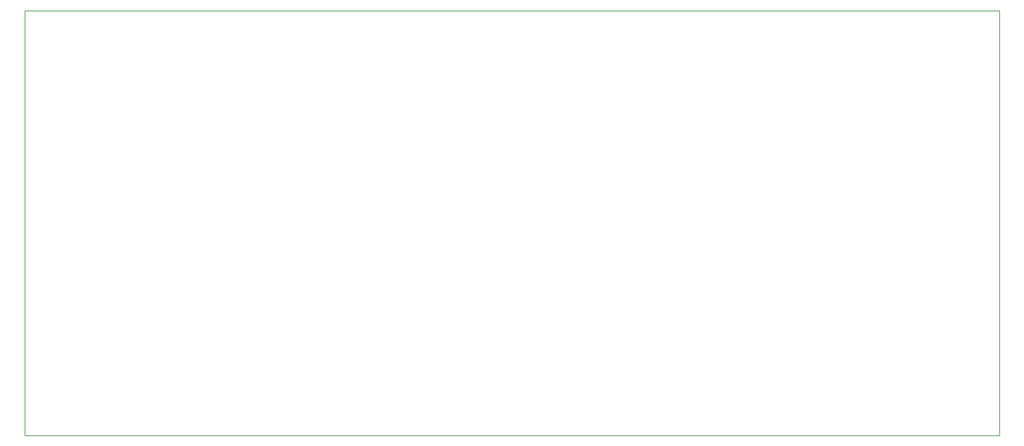
<source format=gm1>
G04 #@! TF.GenerationSoftware,KiCad,Pcbnew,5.1.10-88a1d61d58~88~ubuntu20.04.1*
G04 #@! TF.CreationDate,2021-05-25T18:58:43-04:00*
G04 #@! TF.ProjectId,pinball-wpc-battery,70696e62-616c-46c2-9d77-70632d626174,rev?*
G04 #@! TF.SameCoordinates,Original*
G04 #@! TF.FileFunction,Profile,NP*
%FSLAX46Y46*%
G04 Gerber Fmt 4.6, Leading zero omitted, Abs format (unit mm)*
G04 Created by KiCad (PCBNEW 5.1.10-88a1d61d58~88~ubuntu20.04.1) date 2021-05-25 18:58:43*
%MOMM*%
%LPD*%
G01*
G04 APERTURE LIST*
G04 #@! TA.AperFunction,Profile*
%ADD10C,0.050000*%
G04 #@! TD*
G04 APERTURE END LIST*
D10*
X101600000Y-117475000D02*
X101600000Y-63500000D01*
X225425000Y-117475000D02*
X101600000Y-117475000D01*
X225425000Y-63500000D02*
X225425000Y-117475000D01*
X101600000Y-63500000D02*
X225425000Y-63500000D01*
M02*

</source>
